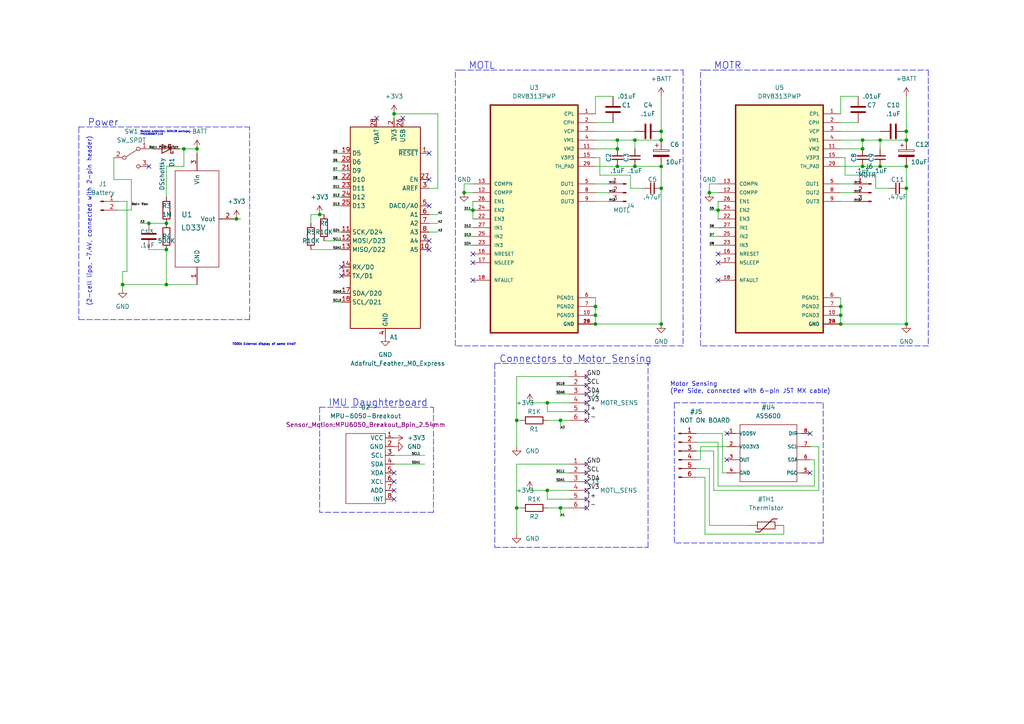
<source format=kicad_sch>
(kicad_sch (version 20211123) (generator eeschema)
  (paper "A4")
  (lib_symbols
    (symbol "AS5600:AS5600" (pin_names (offset 1.016))
      (property "Reference" "U" (at -7.62 10.16 0))
      (property "Value" "AS5600" (at -7.62 8.89 0))
      (symbol "AS5600_0_0"
        (polyline (pts (xy -7.62 -7.62) (xy -7.62 -5.08)) (stroke (width 0.1524)))
        (polyline (pts (xy -7.62 -5.08) (xy -8.89 -5.08)) (stroke (width 0.1524)))
        (polyline (pts (xy -7.62 -5.08) (xy -7.62 -1.27)) (stroke (width 0.1524)))
        (polyline (pts (xy -7.62 -1.27) (xy -8.89 -1.27)) (stroke (width 0.1524)))
        (polyline (pts (xy -7.62 -1.27) (xy -7.62 2.54)) (stroke (width 0.1524)))
        (polyline (pts (xy -7.62 2.54) (xy -8.89 2.54)) (stroke (width 0.1524)))
        (polyline (pts (xy -7.62 2.54) (xy -7.62 6.35)) (stroke (width 0.1524)))
        (polyline (pts (xy -7.62 6.35) (xy -8.89 6.35)) (stroke (width 0.1524)))
        (polyline (pts (xy -7.62 6.35) (xy -7.62 8.89)) (stroke (width 0.1524)))
        (polyline (pts (xy -7.62 8.89) (xy 8.89 8.89)) (stroke (width 0.1524)))
        (polyline (pts (xy 8.89 -7.62) (xy -7.62 -7.62)) (stroke (width 0.1524)))
        (polyline (pts (xy 8.89 -5.08) (xy 8.89 -7.62)) (stroke (width 0.1524)))
        (polyline (pts (xy 8.89 -1.27) (xy 8.89 -5.08)) (stroke (width 0.1524)))
        (polyline (pts (xy 8.89 2.54) (xy 8.89 -1.27)) (stroke (width 0.1524)))
        (polyline (pts (xy 8.89 6.35) (xy 8.89 2.54)) (stroke (width 0.1524)))
        (polyline (pts (xy 8.89 8.89) (xy 8.89 6.35)) (stroke (width 0.1524)))
        (polyline (pts (xy 10.16 -5.08) (xy 8.89 -5.08)) (stroke (width 0.1524)))
        (polyline (pts (xy 10.16 -1.27) (xy 8.89 -1.27)) (stroke (width 0.1524)))
        (polyline (pts (xy 10.16 2.54) (xy 8.89 2.54)) (stroke (width 0.1524)))
        (polyline (pts (xy 10.16 6.35) (xy 8.89 6.35)) (stroke (width 0.1524)))
        (pin bidirectional line (at -11.43 6.35 0) (length 2.54) (name "VDD5V") (number "1"))
        (pin bidirectional line (at -11.43 2.54 0) (length 2.54) (name "VDD3V3") (number "2"))
        (pin bidirectional line (at -11.43 -1.27 0) (length 2.54) (name "OUT") (number "3"))
        (pin bidirectional line (at -11.43 -5.08 0) (length 2.54) (name "GND") (number "4"))
        (pin bidirectional line (at 12.7 -5.08 180) (length 2.54) (name "PGO") (number "5"))
        (pin bidirectional line (at 12.7 -1.27 180) (length 2.54) (name "SDA") (number "6"))
        (pin bidirectional line (at 12.7 2.54 180) (length 2.54) (name "SCL") (number "7"))
        (pin bidirectional line (at 12.7 6.35 180) (length 2.54) (name "DIR") (number "8"))
      )
    )
    (symbol "Connector:Conn_01x02_Male" (pin_names (offset 1.016) hide)
      (property "Reference" "J" (at 0 2.54 0))
      (property "Value" "Conn_01x02_Male" (at 0 -5.08 0))
      (symbol "Conn_01x02_Male_1_1"
        (polyline (pts (xy 1.27 -2.54) (xy 0.8636 -2.54)) (stroke (width 0.1524)))
        (polyline (pts (xy 1.27 0) (xy 0.8636 0)) (stroke (width 0.1524)))
        (rectangle (start 0.8636 -2.413) (end 0 -2.667) (stroke (width 0.1524)) (fill (type outline)))
        (rectangle (start 0.8636 0.127) (end 0 -0.127) (stroke (width 0.1524)) (fill (type outline)))
        (pin passive line (at 5.08 0 180) (length 3.81) (name "Pin_1") (number "1"))
        (pin passive line (at 5.08 -2.54 180) (length 3.81) (name "Pin_2") (number "2"))
      )
    )
    (symbol "Connector:Conn_01x03_Male" (pin_names (offset 1.016) hide)
      (property "Reference" "J" (at 0 5.08 0))
      (property "Value" "Conn_01x03_Male" (at 0 -5.08 0))
      (symbol "Conn_01x03_Male_1_1"
        (polyline (pts (xy 1.27 -2.54) (xy 0.8636 -2.54)) (stroke (width 0.1524)))
        (polyline (pts (xy 1.27 0) (xy 0.8636 0)) (stroke (width 0.1524)))
        (polyline (pts (xy 1.27 2.54) (xy 0.8636 2.54)) (stroke (width 0.1524)))
        (rectangle (start 0.8636 -2.413) (end 0 -2.667) (stroke (width 0.1524)) (fill (type outline)))
        (rectangle (start 0.8636 0.127) (end 0 -0.127) (stroke (width 0.1524)) (fill (type outline)))
        (rectangle (start 0.8636 2.667) (end 0 2.413) (stroke (width 0.1524)) (fill (type outline)))
        (pin passive line (at 5.08 2.54 180) (length 3.81) (name "Pin_1") (number "1"))
        (pin passive line (at 5.08 0 180) (length 3.81) (name "Pin_2") (number "2"))
        (pin passive line (at 5.08 -2.54 180) (length 3.81) (name "Pin_3") (number "3"))
      )
    )
    (symbol "Connector:Conn_01x06_Female" (pin_names (offset 1.016) hide)
      (property "Reference" "J" (at 0 7.62 0))
      (property "Value" "Conn_01x06_Female" (at 0 -10.16 0))
      (symbol "Conn_01x06_Female_1_1"
        (arc (start 0 -7.112) (mid -0.508 -7.62) (end 0 -8.128) (stroke (width 0.1524)))
        (arc (start 0 -4.572) (mid -0.508 -5.08) (end 0 -5.588) (stroke (width 0.1524)))
        (arc (start 0 -2.032) (mid -0.508 -2.54) (end 0 -3.048) (stroke (width 0.1524)))
        (polyline (pts (xy -1.27 -7.62) (xy -0.508 -7.62)) (stroke (width 0.1524)))
        (polyline (pts (xy -1.27 -5.08) (xy -0.508 -5.08)) (stroke (width 0.1524)))
        (polyline (pts (xy -1.27 -2.54) (xy -0.508 -2.54)) (stroke (width 0.1524)))
        (polyline (pts (xy -1.27 0) (xy -0.508 0)) (stroke (width 0.1524)))
        (polyline (pts (xy -1.27 2.54) (xy -0.508 2.54)) (stroke (width 0.1524)))
        (polyline (pts (xy -1.27 5.08) (xy -0.508 5.08)) (stroke (width 0.1524)))
        (arc (start 0 0.508) (mid -0.508 0) (end 0 -0.508) (stroke (width 0.1524)))
        (arc (start 0 3.048) (mid -0.508 2.54) (end 0 2.032) (stroke (width 0.1524)))
        (arc (start 0 5.588) (mid -0.508 5.08) (end 0 4.572) (stroke (width 0.1524)))
        (pin passive line (at -5.08 5.08 0) (length 3.81) (name "Pin_1") (number "1"))
        (pin passive line (at -5.08 2.54 0) (length 3.81) (name "Pin_2") (number "2"))
        (pin passive line (at -5.08 0 0) (length 3.81) (name "Pin_3") (number "3"))
        (pin passive line (at -5.08 -2.54 0) (length 3.81) (name "Pin_4") (number "4"))
        (pin passive line (at -5.08 -5.08 0) (length 3.81) (name "Pin_5") (number "5"))
        (pin passive line (at -5.08 -7.62 0) (length 3.81) (name "Pin_6") (number "6"))
      )
    )
    (symbol "Connector:Conn_01x06_Male" (pin_names (offset 1.016) hide)
      (property "Reference" "J" (at 0 7.62 0))
      (property "Value" "Conn_01x06_Male" (at 0 -10.16 0))
      (symbol "Conn_01x06_Male_1_1"
        (polyline (pts (xy 1.27 -7.62) (xy 0.8636 -7.62)) (stroke (width 0.1524)))
        (polyline (pts (xy 1.27 -5.08) (xy 0.8636 -5.08)) (stroke (width 0.1524)))
        (polyline (pts (xy 1.27 -2.54) (xy 0.8636 -2.54)) (stroke (width 0.1524)))
        (polyline (pts (xy 1.27 0) (xy 0.8636 0)) (stroke (width 0.1524)))
        (polyline (pts (xy 1.27 2.54) (xy 0.8636 2.54)) (stroke (width 0.1524)))
        (polyline (pts (xy 1.27 5.08) (xy 0.8636 5.08)) (stroke (width 0.1524)))
        (rectangle (start 0.8636 -7.493) (end 0 -7.747) (stroke (width 0.1524)) (fill (type outline)))
        (rectangle (start 0.8636 -4.953) (end 0 -5.207) (stroke (width 0.1524)) (fill (type outline)))
        (rectangle (start 0.8636 -2.413) (end 0 -2.667) (stroke (width 0.1524)) (fill (type outline)))
        (rectangle (start 0.8636 0.127) (end 0 -0.127) (stroke (width 0.1524)) (fill (type outline)))
        (rectangle (start 0.8636 2.667) (end 0 2.413) (stroke (width 0.1524)) (fill (type outline)))
        (rectangle (start 0.8636 5.207) (end 0 4.953) (stroke (width 0.1524)) (fill (type outline)))
        (pin passive line (at 5.08 5.08 180) (length 3.81) (name "Pin_1") (number "1"))
        (pin passive line (at 5.08 2.54 180) (length 3.81) (name "Pin_2") (number "2"))
        (pin passive line (at 5.08 0 180) (length 3.81) (name "Pin_3") (number "3"))
        (pin passive line (at 5.08 -2.54 180) (length 3.81) (name "Pin_4") (number "4"))
        (pin passive line (at 5.08 -5.08 180) (length 3.81) (name "Pin_5") (number "5"))
        (pin passive line (at 5.08 -7.62 180) (length 3.81) (name "Pin_6") (number "6"))
      )
    )
    (symbol "DRV8313PWP:DRV8313PWP" (pin_names (offset 1.016))
      (property "Reference" "U" (at -12.7 34.02 0))
      (property "Value" "DRV8313PWP" (at -12.7 -37.02 0))
      (symbol "DRV8313PWP_0_0"
        (rectangle (start -12.7 -33.02) (end 12.7 33.02) (stroke (width 0.41)) (fill (type background)))
        (pin power_in line (at 17.78 30.48 180) (length 5.08) (name "CPL") (number "1"))
        (pin power_in line (at 17.78 -27.94 180) (length 5.08) (name "PGND3") (number "10"))
        (pin power_in line (at 17.78 20.32 180) (length 5.08) (name "VM2") (number "11"))
        (pin input line (at -17.78 7.62 0) (length 5.08) (name "COMPP") (number "12"))
        (pin input line (at -17.78 10.16 0) (length 5.08) (name "COMPN") (number "13"))
        (pin power_in line (at 17.78 -30.48 180) (length 5.08) (name "GND") (number "14"))
        (pin power_in line (at 17.78 17.78 180) (length 5.08) (name "V3P3") (number "15"))
        (pin input line (at -17.78 -10.16 0) (length 5.08) (name "NRESET") (number "16"))
        (pin input line (at -17.78 -12.7 0) (length 5.08) (name "NSLEEP") (number "17"))
        (pin bidirectional line (at -17.78 -17.78 0) (length 5.08) (name "NFAULT") (number "18"))
        (pin power_in line (at 17.78 27.94 180) (length 5.08) (name "CPH") (number "2"))
        (pin power_in line (at 17.78 -30.48 180) (length 5.08) (name "GND") (number "20"))
        (pin input line (at -17.78 0 0) (length 5.08) (name "EN3") (number "22"))
        (pin input line (at -17.78 -7.62 0) (length 5.08) (name "IN3") (number "23"))
        (pin input line (at -17.78 2.54 0) (length 5.08) (name "EN2") (number "24"))
        (pin input line (at -17.78 -5.08 0) (length 5.08) (name "IN2") (number "25"))
        (pin input line (at -17.78 5.08 0) (length 5.08) (name "EN1") (number "26"))
        (pin input line (at -17.78 -2.54 0) (length 5.08) (name "IN1") (number "27"))
        (pin power_in line (at 17.78 -30.48 180) (length 5.08) (name "GND") (number "28"))
        (pin power_in line (at 17.78 15.24 180) (length 5.08) (name "TH_PAD") (number "29"))
        (pin power_in line (at 17.78 25.4 180) (length 5.08) (name "VCP") (number "3"))
        (pin power_in line (at 17.78 22.86 180) (length 5.08) (name "VM1") (number "4"))
        (pin output line (at 17.78 10.16 180) (length 5.08) (name "OUT1") (number "5"))
        (pin power_in line (at 17.78 -22.86 180) (length 5.08) (name "PGND1") (number "6"))
        (pin power_in line (at 17.78 -25.4 180) (length 5.08) (name "PGND2") (number "7"))
        (pin output line (at 17.78 7.62 180) (length 5.08) (name "OUT2") (number "8"))
        (pin output line (at 17.78 5.08 180) (length 5.08) (name "OUT3") (number "9"))
      )
    )
    (symbol "Device:C" (pin_numbers hide) (pin_names (offset 0.254))
      (property "Reference" "C" (at 0.635 2.54 0))
      (property "Value" "C" (at 0.635 -2.54 0))
      (symbol "C_0_1"
        (polyline (pts (xy -2.032 -0.762) (xy 2.032 -0.762)) (stroke (width 0.508)))
        (polyline (pts (xy -2.032 0.762) (xy 2.032 0.762)) (stroke (width 0.508)))
      )
      (symbol "C_1_1"
        (pin passive line (at 0 3.81 270) (length 2.794) (name "~") (number "1"))
        (pin passive line (at 0 -3.81 90) (length 2.794) (name "~") (number "2"))
      )
    )
    (symbol "Device:C_Polarized" (pin_numbers hide) (pin_names (offset 0.254))
      (property "Reference" "C" (at 0.635 2.54 0))
      (property "Value" "C_Polarized" (at 0.635 -2.54 0))
      (symbol "C_Polarized_0_1"
        (rectangle (start -2.286 0.508) (end 2.286 1.016))
        (polyline (pts (xy -1.778 2.286) (xy -0.762 2.286)))
        (polyline (pts (xy -1.27 2.794) (xy -1.27 1.778)))
        (rectangle (start 2.286 -0.508) (end -2.286 -1.016) (fill (type outline)))
      )
      (symbol "C_Polarized_1_1"
        (pin passive line (at 0 3.81 270) (length 2.794) (name "~") (number "1"))
        (pin passive line (at 0 -3.81 90) (length 2.794) (name "~") (number "2"))
      )
    )
    (symbol "Device:C_Small" (pin_numbers hide) (pin_names (offset 0.254) hide)
      (property "Reference" "C" (at 0.254 1.778 0))
      (property "Value" "C_Small" (at 0.254 -2.032 0))
      (symbol "C_Small_0_1"
        (polyline (pts (xy -1.524 -0.508) (xy 1.524 -0.508)) (stroke (width 0.3302)))
        (polyline (pts (xy -1.524 0.508) (xy 1.524 0.508)) (stroke (width 0.3048)))
      )
      (symbol "C_Small_1_1"
        (pin passive line (at 0 2.54 270) (length 2.032) (name "~") (number "1"))
        (pin passive line (at 0 -2.54 90) (length 2.032) (name "~") (number "2"))
      )
    )
    (symbol "Device:D_Schottky" (pin_numbers hide) (pin_names (offset 1.016) hide)
      (property "Reference" "D" (at 0 2.54 0))
      (property "Value" "D_Schottky" (at 0 -2.54 0))
      (symbol "D_Schottky_0_1"
        (polyline (pts (xy 1.27 0) (xy -1.27 0)))
        (polyline (pts (xy 1.27 1.27) (xy 1.27 -1.27) (xy -1.27 0) (xy 1.27 1.27)) (stroke (width 0.254)))
        (polyline (pts (xy -1.905 0.635) (xy -1.905 1.27) (xy -1.27 1.27) (xy -1.27 -1.27) (xy -0.635 -1.27) (xy -0.635 -0.635)) (stroke (width 0.254)))
      )
      (symbol "D_Schottky_1_1"
        (pin passive line (at -3.81 0 0) (length 2.54) (name "K") (number "1"))
        (pin passive line (at 3.81 0 180) (length 2.54) (name "A") (number "2"))
      )
    )
    (symbol "Device:R" (pin_numbers hide) (pin_names (offset 0))
      (property "Reference" "R" (at 2.032 0 90))
      (property "Value" "R" (at 0 0 90))
      (symbol "R_0_1"
        (rectangle (start -1.016 -2.54) (end 1.016 2.54) (stroke (width 0.254)))
      )
      (symbol "R_1_1"
        (pin passive line (at 0 3.81 270) (length 1.27) (name "~") (number "1"))
        (pin passive line (at 0 -3.81 90) (length 1.27) (name "~") (number "2"))
      )
    )
    (symbol "Device:Thermistor" (pin_numbers hide) (pin_names (offset 0))
      (property "Reference" "TH" (at 2.54 1.27 90))
      (property "Value" "Thermistor" (at -2.54 0 90))
      (symbol "Thermistor_0_1"
        (rectangle (start -1.016 2.54) (end 1.016 -2.54) (stroke (width 0.2032)))
        (polyline (pts (xy -1.905 3.175) (xy -1.905 1.905) (xy 1.905 -1.905) (xy 1.905 -3.175) (xy 1.905 -3.175)) (stroke (width 0.254)))
      )
      (symbol "Thermistor_1_1"
        (pin passive line (at 0 5.08 270) (length 2.54) (name "~") (number "1"))
        (pin passive line (at 0 -5.08 90) (length 2.54) (name "~") (number "2"))
      )
    )
    (symbol "MCU_Module:Adafruit_Feather_M0_Express"
      (property "Reference" "A" (at -10.16 29.21 0))
      (property "Value" "Adafruit_Feather_M0_Express" (at 2.54 -31.75 0))
      (symbol "Adafruit_Feather_M0_Express_0_1"
        (rectangle (start -10.16 27.94) (end 10.16 -30.48) (stroke (width 0.254)) (fill (type background)))
      )
      (symbol "Adafruit_Feather_M0_Express_1_1"
        (pin input line (at 12.7 20.32 180) (length 2.54) (name "~{RESET}") (number "1"))
        (pin bidirectional line (at 12.7 -7.62 180) (length 2.54) (name "A5") (number "10"))
        (pin bidirectional line (at -12.7 -2.54 0) (length 2.54) (name "SCK/D24") (number "11"))
        (pin bidirectional line (at -12.7 -5.08 0) (length 2.54) (name "MOSI/D23") (number "12"))
        (pin bidirectional line (at -12.7 -7.62 0) (length 2.54) (name "MISO/D22") (number "13"))
        (pin bidirectional line (at -12.7 -12.7 0) (length 2.54) (name "RX/D0") (number "14"))
        (pin bidirectional line (at -12.7 -15.24 0) (length 2.54) (name "TX/D1") (number "15"))
        (pin passive line (at 0 -33.02 90) (length 2.54) hide (name "GND") (number "16"))
        (pin bidirectional line (at -12.7 -20.32 0) (length 2.54) (name "SDA/D20") (number "17"))
        (pin bidirectional line (at -12.7 -22.86 0) (length 2.54) (name "SCL/D21") (number "18"))
        (pin bidirectional line (at -12.7 20.32 0) (length 2.54) (name "D5") (number "19"))
        (pin power_in line (at 2.54 30.48 270) (length 2.54) (name "3V3") (number "2"))
        (pin bidirectional line (at -12.7 17.78 0) (length 2.54) (name "D6") (number "20"))
        (pin bidirectional line (at -12.7 15.24 0) (length 2.54) (name "D9") (number "21"))
        (pin bidirectional line (at -12.7 12.7 0) (length 2.54) (name "D10") (number "22"))
        (pin bidirectional line (at -12.7 10.16 0) (length 2.54) (name "D11") (number "23"))
        (pin bidirectional line (at -12.7 7.62 0) (length 2.54) (name "D12") (number "24"))
        (pin bidirectional line (at -12.7 5.08 0) (length 2.54) (name "D13") (number "25"))
        (pin power_in line (at 5.08 30.48 270) (length 2.54) (name "USB") (number "26"))
        (pin input line (at 12.7 12.7 180) (length 2.54) (name "EN") (number "27"))
        (pin power_in line (at -2.54 30.48 270) (length 2.54) (name "VBAT") (number "28"))
        (pin input line (at 12.7 10.16 180) (length 2.54) (name "AREF") (number "3"))
        (pin power_in line (at 0 -33.02 90) (length 2.54) (name "GND") (number "4"))
        (pin bidirectional line (at 12.7 5.08 180) (length 2.54) (name "DAC0/A0") (number "5"))
        (pin bidirectional line (at 12.7 2.54 180) (length 2.54) (name "A1") (number "6"))
        (pin bidirectional line (at 12.7 0 180) (length 2.54) (name "A2") (number "7"))
        (pin bidirectional line (at 12.7 -2.54 180) (length 2.54) (name "A3") (number "8"))
        (pin bidirectional line (at 12.7 -5.08 180) (length 2.54) (name "A4") (number "9"))
      )
    )
    (symbol "Sensor_Motion:MPU-6050-Breakout"
      (property "Reference" "U" (at 0 12.7 0))
      (property "Value" "MPU-6050-Breakout" (at 0 15.24 0))
      (symbol "MPU-6050-Breakout_0_1"
        (rectangle (start -6.35 10.16) (end 5.08 -10.16))
      )
      (symbol "MPU-6050-Breakout_1_1"
        (pin power_in line (at 7.62 8.89 180) (length 2.54) (name "VCC") (number "1"))
        (pin power_in line (at 7.62 6.35 180) (length 2.54) (name "GND") (number "2"))
        (pin bidirectional line (at 7.62 3.81 180) (length 2.54) (name "SCL") (number "3"))
        (pin bidirectional line (at 7.62 1.27 180) (length 2.54) (name "SDA") (number "4"))
        (pin bidirectional line (at 7.62 -1.27 180) (length 2.54) (name "XDA") (number "5"))
        (pin bidirectional line (at 7.62 -3.81 180) (length 2.54) (name "XCL") (number "6"))
        (pin bidirectional line (at 7.62 -6.35 180) (length 2.54) (name "ADD") (number "7"))
        (pin bidirectional line (at 7.62 -8.89 180) (length 2.54) (name "INT") (number "8"))
      )
    )
    (symbol "Switch:SW_SPDT" (pin_names (offset 0) hide)
      (property "Reference" "SW" (at 0 4.318 0))
      (property "Value" "SW_SPDT" (at 0 -5.08 0))
      (symbol "SW_SPDT_0_0"
        (circle (center -2.032 0) (radius 0.508))
        (circle (center 2.032 -2.54) (radius 0.508))
      )
      (symbol "SW_SPDT_0_1"
        (polyline (pts (xy -1.524 0.254) (xy 1.651 2.286)))
        (circle (center 2.032 2.54) (radius 0.508))
      )
      (symbol "SW_SPDT_1_1"
        (pin passive line (at 5.08 2.54 180) (length 2.54) (name "A") (number "1"))
        (pin passive line (at -5.08 0 0) (length 2.54) (name "B") (number "2"))
        (pin passive line (at 5.08 -2.54 180) (length 2.54) (name "C") (number "3"))
      )
    )
    (symbol "ld33v:LD33V" (pin_names (offset 1.016))
      (property "Reference" "U" (at 0 1.27 0))
      (property "Value" "LD33V" (at 0 3.81 0))
      (symbol "LD33V_0_1"
        (rectangle (start -13.97 6.35) (end 13.97 -6.35))
      )
      (symbol "LD33V_1_1"
        (pin power_out line (at -19.05 0 0) (length 5.08) (name "GND") (number "1"))
        (pin power_out line (at 0 -11.43 90) (length 5.08) (name "Vout") (number "2"))
        (pin power_in line (at 19.05 0 180) (length 5.08) (name "Vin") (number "3"))
      )
    )
    (symbol "power:+3.3V" (power) (pin_names (offset 0))
      (property "Value" "+3.3V" (at 0 3.556 0))
      (symbol "+3.3V_0_1"
        (polyline (pts (xy -0.762 1.27) (xy 0 2.54)))
        (polyline (pts (xy 0 0) (xy 0 2.54)))
        (polyline (pts (xy 0 2.54) (xy 0.762 1.27)))
      )
      (symbol "+3.3V_1_1"
        (pin power_in line (at 0 0 90) (length 0) hide (name "+3V3") (number "1"))
      )
    )
    (symbol "power:+BATT" (power) (pin_names (offset 0))
      (property "Value" "+BATT" (at 0 3.556 0))
      (symbol "+BATT_0_1"
        (polyline (pts (xy -0.762 1.27) (xy 0 2.54)))
        (polyline (pts (xy 0 0) (xy 0 2.54)))
        (polyline (pts (xy 0 2.54) (xy 0.762 1.27)))
      )
      (symbol "+BATT_1_1"
        (pin power_in line (at 0 0 90) (length 0) hide (name "+BATT") (number "1"))
      )
    )
    (symbol "power:GND" (power) (pin_names (offset 0))
      (property "Value" "GND" (at 0 -3.81 0))
      (symbol "GND_0_1"
        (polyline (pts (xy 0 0) (xy 0 -1.27) (xy 1.27 -1.27) (xy 0 -2.54) (xy -1.27 -1.27) (xy 0 -1.27)))
      )
      (symbol "GND_1_1"
        (pin power_in line (at 0 0 270) (length 0) hide (name "GND") (number "1"))
      )
    )
  )
  (junction (at 250.19 48.26))
  (junction (at 172.72 93.98))
  (junction (at 162.56 147.32))
  (junction (at 68.58 63.5))
  (junction (at 158.75 116.84))
  (junction (at 243.84 88.9))
  (junction (at 48.26 72.39))
  (junction (at 48.26 64.77))
  (junction (at 149.86 121.92))
  (junction (at 158.75 142.24))
  (junction (at 162.56 121.92))
  (junction (at 57.15 43.18))
  (junction (at 114.3 33.02))
  (junction (at 191.77 93.98))
  (junction (at 48.26 82.55))
  (junction (at 172.72 88.9))
  (junction (at 179.07 48.26))
  (junction (at 172.72 91.44))
  (junction (at 262.89 93.98))
  (junction (at 43.18 64.77))
  (junction (at 262.89 48.26))
  (junction (at 92.71 62.23))
  (junction (at 255.27 48.26))
  (junction (at 179.07 43.18))
  (junction (at 255.27 40.64))
  (junction (at 134.62 55.88))
  (junction (at 262.89 54.61))
  (junction (at 262.89 40.64))
  (junction (at 243.84 93.98))
  (junction (at 35.56 82.55))
  (junction (at 53.34 43.18))
  (junction (at 191.77 54.61))
  (junction (at 208.28 60.96))
  (junction (at 205.74 55.88))
  (junction (at 191.77 48.26))
  (junction (at 179.07 40.64))
  (junction (at 137.16 60.96))
  (junction (at 243.84 91.44))
  (junction (at 191.77 40.64))
  (junction (at 184.15 48.26))
  (junction (at 262.89 38.1))
  (junction (at 184.15 40.64))
  (junction (at 250.19 43.18))
  (junction (at 250.19 40.64))
  (junction (at 191.77 38.1))
  (junction (at 149.86 147.32))
  (no_connect (at 43.18 48.26))
  (no_connect (at 234.95 125.73))
  (no_connect (at 210.82 125.73))
  (no_connect (at 234.95 137.16))
  (no_connect (at 210.82 133.35))
  (no_connect (at 208.28 81.28))
  (no_connect (at 208.28 76.2))
  (no_connect (at 208.28 73.66))
  (no_connect (at 137.16 73.66))
  (no_connect (at 137.16 81.28))
  (no_connect (at 137.16 76.2))
  (no_connect (at 114.3 137.16))
  (no_connect (at 114.3 139.7))
  (no_connect (at 114.3 142.24))
  (no_connect (at 114.3 144.78))
  (no_connect (at 99.06 80.01))
  (no_connect (at 99.06 77.47))
  (no_connect (at 124.46 59.69))
  (no_connect (at 124.46 72.39))
  (no_connect (at 124.46 69.85))
  (no_connect (at 116.84 34.29))
  (no_connect (at 109.22 34.29))
  (no_connect (at 124.46 52.07))
  (no_connect (at 124.46 44.45))
  (no_connect (at 170.18 114.3))
  (no_connect (at 170.18 111.76))
  (no_connect (at 170.18 109.22))
  (no_connect (at 170.18 134.62))
  (no_connect (at 170.18 121.92))
  (no_connect (at 170.18 119.38))
  (no_connect (at 170.18 116.84))
  (no_connect (at 170.18 144.78))
  (no_connect (at 170.18 147.32))
  (no_connect (at 170.18 142.24))
  (no_connect (at 170.18 139.7))
  (no_connect (at 170.18 137.16))
  (wire (pts (xy 201.93 135.89) (xy 205.74 135.89)))
  (wire (pts (xy 172.72 35.56) (xy 177.8 35.56)))
  (wire (pts (xy 250.19 40.64) (xy 255.27 40.64)))
  (wire (pts (xy 68.58 63.5) (xy 69.85 63.5)))
  (wire (pts (xy 33.02 52.07) (xy 38.1 52.07)))
  (wire (pts (xy 205.74 55.88) (xy 208.28 55.88)))
  (wire (pts (xy 53.34 43.18) (xy 53.34 48.26)))
  (wire (pts (xy 243.84 43.18) (xy 250.19 43.18)))
  (wire (pts (xy 173.99 50.8) (xy 173.99 45.72)))
  (wire (pts (xy 158.75 142.24) (xy 153.67 142.24)))
  (wire (pts (xy 208.28 128.27) (xy 201.93 128.27)))
  (wire (pts (xy 236.22 133.35) (xy 236.22 140.97)))
  (wire (pts (xy 191.77 27.94) (xy 191.77 38.1)))
  (polyline (pts (xy 269.24 100.33) (xy 203.2 100.33)))
  (wire (pts (xy 184.15 48.26) (xy 191.77 48.26)))
  (wire (pts (xy 165.1 109.22) (xy 149.86 109.22)))
  (wire (pts (xy 96.52 57.15) (xy 99.06 57.15)))
  (wire (pts (xy 149.86 121.92) (xy 149.86 129.54)))
  (wire (pts (xy 184.15 40.64) (xy 191.77 40.64)))
  (wire (pts (xy 210.82 137.16) (xy 209.55 137.16)))
  (wire (pts (xy 34.29 60.96) (xy 38.1 60.96)))
  (wire (pts (xy 158.75 142.24) (xy 158.75 144.78)))
  (polyline (pts (xy 198.12 100.33) (xy 132.08 100.33)))
  (wire (pts (xy 243.84 35.56) (xy 248.92 35.56)))
  (wire (pts (xy 158.75 116.84) (xy 153.67 116.84)))
  (wire (pts (xy 186.69 54.61) (xy 182.88 54.61)))
  (wire (pts (xy 114.3 33.02) (xy 127 33.02)))
  (wire (pts (xy 93.98 69.85) (xy 99.06 69.85)))
  (wire (pts (xy 245.11 50.8) (xy 245.11 45.72)))
  (wire (pts (xy 137.16 60.96) (xy 137.16 63.5)))
  (wire (pts (xy 243.84 55.88) (xy 247.65 55.88)))
  (wire (pts (xy 161.29 137.16) (xy 165.1 137.16)))
  (wire (pts (xy 243.84 86.36) (xy 243.84 88.9)))
  (wire (pts (xy 149.86 147.32) (xy 149.86 154.94)))
  (wire (pts (xy 161.29 114.3) (xy 165.1 114.3)))
  (wire (pts (xy 257.81 54.61) (xy 254 54.61)))
  (wire (pts (xy 255.27 40.64) (xy 262.89 40.64)))
  (wire (pts (xy 205.74 53.34) (xy 205.74 55.88)))
  (wire (pts (xy 162.56 147.32) (xy 162.56 149.86)))
  (wire (pts (xy 205.74 135.89) (xy 205.74 152.4)))
  (wire (pts (xy 48.26 82.55) (xy 57.15 82.55)))
  (wire (pts (xy 243.84 40.64) (xy 250.19 40.64)))
  (wire (pts (xy 96.52 54.61) (xy 99.06 54.61)))
  (wire (pts (xy 35.56 82.55) (xy 35.56 83.82)))
  (wire (pts (xy 207.01 130.81) (xy 201.93 130.81)))
  (wire (pts (xy 208.28 60.96) (xy 208.28 63.5)))
  (wire (pts (xy 96.52 52.07) (xy 99.06 52.07)))
  (wire (pts (xy 137.16 68.58) (xy 134.62 68.58)))
  (wire (pts (xy 90.17 64.77) (xy 90.17 62.23)))
  (wire (pts (xy 237.49 142.24) (xy 207.01 142.24)))
  (wire (pts (xy 208.28 58.42) (xy 208.28 60.96)))
  (polyline (pts (xy 203.2 100.33) (xy 203.2 20.32)))
  (wire (pts (xy 149.86 147.32) (xy 151.13 147.32)))
  (wire (pts (xy 43.18 72.39) (xy 48.26 72.39)))
  (wire (pts (xy 243.84 27.94) (xy 243.84 33.02)))
  (wire (pts (xy 250.19 48.26) (xy 255.27 48.26)))
  (wire (pts (xy 172.72 91.44) (xy 172.72 93.98)))
  (wire (pts (xy 96.52 49.53) (xy 99.06 49.53)))
  (wire (pts (xy 243.84 88.9) (xy 243.84 91.44)))
  (wire (pts (xy 172.72 53.34) (xy 176.53 53.34)))
  (wire (pts (xy 208.28 68.58) (xy 205.74 68.58)))
  (wire (pts (xy 36.83 58.42) (xy 36.83 78.74)))
  (wire (pts (xy 173.99 45.72) (xy 172.72 45.72)))
  (wire (pts (xy 172.72 48.26) (xy 179.07 48.26)))
  (wire (pts (xy 134.62 66.04) (xy 137.16 66.04)))
  (wire (pts (xy 35.56 78.74) (xy 35.56 82.55)))
  (wire (pts (xy 172.72 88.9) (xy 172.72 91.44)))
  (wire (pts (xy 158.75 144.78) (xy 165.1 144.78)))
  (wire (pts (xy 48.26 48.26) (xy 48.26 57.15)))
  (wire (pts (xy 158.75 119.38) (xy 165.1 119.38)))
  (wire (pts (xy 53.34 43.18) (xy 57.15 43.18)))
  (wire (pts (xy 92.71 62.23) (xy 93.98 62.23)))
  (wire (pts (xy 191.77 38.1) (xy 191.77 40.64)))
  (wire (pts (xy 209.55 125.73) (xy 201.93 125.73)))
  (wire (pts (xy 161.29 139.7) (xy 165.1 139.7)))
  (wire (pts (xy 234.95 129.54) (xy 237.49 129.54)))
  (wire (pts (xy 149.86 109.22) (xy 149.86 121.92)))
  (wire (pts (xy 162.56 147.32) (xy 165.1 147.32)))
  (polyline (pts (xy 132.08 20.32) (xy 133.35 20.32)))
  (polyline (pts (xy 195.58 116.84) (xy 195.58 157.48)))
  (wire (pts (xy 137.16 71.12) (xy 134.62 71.12)))
  (wire (pts (xy 38.1 52.07) (xy 38.1 60.96)))
  (wire (pts (xy 182.88 54.61) (xy 182.88 50.8)))
  (polyline (pts (xy 269.24 20.32) (xy 269.24 100.33)))
  (wire (pts (xy 127 33.02) (xy 127 54.61)))
  (wire (pts (xy 243.84 38.1) (xy 255.27 38.1)))
  (wire (pts (xy 182.88 50.8) (xy 173.99 50.8)))
  (wire (pts (xy 162.56 121.92) (xy 162.56 124.46)))
  (wire (pts (xy 207.01 142.24) (xy 207.01 130.81)))
  (wire (pts (xy 158.75 121.92) (xy 162.56 121.92)))
  (wire (pts (xy 172.72 86.36) (xy 172.72 88.9)))
  (wire (pts (xy 52.07 43.18) (xy 53.34 43.18)))
  (wire (pts (xy 96.52 59.69) (xy 99.06 59.69)))
  (wire (pts (xy 158.75 116.84) (xy 165.1 116.84)))
  (wire (pts (xy 245.11 45.72) (xy 243.84 45.72)))
  (wire (pts (xy 53.34 48.26) (xy 48.26 48.26)))
  (wire (pts (xy 172.72 55.88) (xy 176.53 55.88)))
  (wire (pts (xy 158.75 142.24) (xy 165.1 142.24)))
  (wire (pts (xy 161.29 111.76) (xy 165.1 111.76)))
  (wire (pts (xy 254 54.61) (xy 254 50.8)))
  (wire (pts (xy 243.84 27.94) (xy 248.92 27.94)))
  (wire (pts (xy 205.74 66.04) (xy 208.28 66.04)))
  (polyline (pts (xy 195.58 116.84) (xy 238.76 116.84)))
  (wire (pts (xy 90.17 62.23) (xy 92.71 62.23)))
  (wire (pts (xy 172.72 43.18) (xy 179.07 43.18)))
  (wire (pts (xy 137.16 58.42) (xy 137.16 60.96)))
  (wire (pts (xy 217.17 152.4) (xy 205.74 152.4)))
  (wire (pts (xy 237.49 129.54) (xy 237.49 142.24)))
  (wire (pts (xy 243.84 91.44) (xy 243.84 93.98)))
  (wire (pts (xy 208.28 71.12) (xy 205.74 71.12)))
  (wire (pts (xy 243.84 48.26) (xy 250.19 48.26)))
  (wire (pts (xy 262.89 48.26) (xy 262.89 54.61)))
  (wire (pts (xy 134.62 53.34) (xy 134.62 55.88)))
  (wire (pts (xy 208.28 140.97) (xy 208.28 128.27)))
  (polyline (pts (xy 238.76 116.84) (xy 238.76 157.48)))
  (wire (pts (xy 43.18 43.18) (xy 44.45 43.18)))
  (wire (pts (xy 33.02 45.72) (xy 33.02 52.07)))
  (polyline (pts (xy 143.51 105.41) (xy 143.51 158.75)))
  (wire (pts (xy 184.15 40.64) (xy 184.15 43.18)))
  (wire (pts (xy 204.47 154.94) (xy 204.47 138.43)))
  (wire (pts (xy 114.3 134.62) (xy 123.19 134.62)))
  (wire (pts (xy 124.46 62.23) (xy 127 62.23)))
  (wire (pts (xy 35.56 82.55) (xy 48.26 82.55)))
  (polyline (pts (xy 204.47 20.32) (xy 269.24 20.32)))
  (wire (pts (xy 114.3 33.02) (xy 114.3 34.29)))
  (polyline (pts (xy 125.73 118.11) (xy 125.73 148.59)))
  (wire (pts (xy 203.2 129.54) (xy 203.2 133.35)))
  (wire (pts (xy 243.84 93.98) (xy 262.89 93.98)))
  (wire (pts (xy 205.74 60.96) (xy 208.28 60.96)))
  (wire (pts (xy 57.15 43.18) (xy 57.15 44.45)))
  (wire (pts (xy 250.19 40.64) (xy 250.19 43.18)))
  (wire (pts (xy 254 50.8) (xy 245.11 50.8)))
  (wire (pts (xy 247.65 58.42) (xy 243.84 58.42)))
  (wire (pts (xy 243.84 53.34) (xy 247.65 53.34)))
  (wire (pts (xy 201.93 138.43) (xy 204.47 138.43)))
  (polyline (pts (xy 203.2 20.32) (xy 204.47 20.32)))
  (wire (pts (xy 191.77 48.26) (xy 191.77 54.61)))
  (polyline (pts (xy 132.08 100.33) (xy 132.08 20.32)))
  (wire (pts (xy 124.46 67.31) (xy 127 67.31)))
  (wire (pts (xy 172.72 93.98) (xy 191.77 93.98)))
  (wire (pts (xy 205.74 53.34) (xy 208.28 53.34)))
  (wire (pts (xy 127 54.61) (xy 124.46 54.61)))
  (wire (pts (xy 236.22 140.97) (xy 208.28 140.97)))
  (wire (pts (xy 262.89 38.1) (xy 262.89 40.64)))
  (wire (pts (xy 165.1 134.62) (xy 149.86 134.62)))
  (wire (pts (xy 124.46 64.77) (xy 127 64.77)))
  (wire (pts (xy 40.64 64.77) (xy 43.18 64.77)))
  (wire (pts (xy 36.83 78.74) (xy 35.56 78.74)))
  (polyline (pts (xy 238.76 157.48) (xy 195.58 157.48)))
  (wire (pts (xy 203.2 133.35) (xy 201.93 133.35)))
  (wire (pts (xy 191.77 54.61) (xy 191.77 93.98)))
  (wire (pts (xy 234.95 133.35) (xy 236.22 133.35)))
  (wire (pts (xy 96.52 87.63) (xy 99.06 87.63)))
  (wire (pts (xy 179.07 40.64) (xy 179.07 43.18)))
  (wire (pts (xy 158.75 116.84) (xy 158.75 119.38)))
  (wire (pts (xy 262.89 54.61) (xy 262.89 93.98)))
  (polyline (pts (xy 92.71 118.11) (xy 125.73 118.11)))
  (wire (pts (xy 114.3 132.08) (xy 123.19 132.08)))
  (wire (pts (xy 227.33 152.4) (xy 227.33 154.94)))
  (wire (pts (xy 134.62 53.34) (xy 137.16 53.34)))
  (wire (pts (xy 255.27 48.26) (xy 262.89 48.26)))
  (wire (pts (xy 179.07 40.64) (xy 184.15 40.64)))
  (polyline (pts (xy 22.86 36.83) (xy 22.86 92.71)))
  (polyline (pts (xy 22.86 36.83) (xy 72.39 36.83)))
  (polyline (pts (xy 22.86 92.71) (xy 72.39 92.71)))
  (wire (pts (xy 255.27 40.64) (xy 255.27 43.18)))
  (wire (pts (xy 203.2 129.54) (xy 210.82 129.54)))
  (polyline (pts (xy 187.96 158.75) (xy 187.96 105.41)))
  (wire (pts (xy 172.72 27.94) (xy 177.8 27.94)))
  (wire (pts (xy 262.89 27.94) (xy 262.89 38.1)))
  (wire (pts (xy 96.52 44.45) (xy 99.06 44.45)))
  (wire (pts (xy 96.52 67.31) (xy 99.06 67.31)))
  (wire (pts (xy 96.52 46.99) (xy 99.06 46.99)))
  (polyline (pts (xy 143.51 158.75) (xy 187.96 158.75)))
  (wire (pts (xy 172.72 27.94) (xy 172.72 33.02)))
  (polyline (pts (xy 125.73 148.59) (xy 92.71 148.59)))
  (polyline (pts (xy 72.39 92.71) (xy 72.39 36.83)))
  (polyline (pts (xy 133.35 20.32) (xy 198.12 20.32)))
  (wire (pts (xy 48.26 72.39) (xy 48.26 82.55)))
  (wire (pts (xy 172.72 38.1) (xy 184.15 38.1)))
  (wire (pts (xy 179.07 48.26) (xy 184.15 48.26)))
  (wire (pts (xy 172.72 40.64) (xy 179.07 40.64)))
  (wire (pts (xy 134.62 55.88) (xy 137.16 55.88)))
  (wire (pts (xy 99.06 85.09) (xy 96.52 85.09)))
  (wire (pts (xy 227.33 154.94) (xy 204.47 154.94)))
  (wire (pts (xy 134.62 60.96) (xy 137.16 60.96)))
  (wire (pts (xy 176.53 58.42) (xy 172.72 58.42)))
  (polyline (pts (xy 198.12 20.32) (xy 198.12 100.33)))
  (wire (pts (xy 158.75 147.32) (xy 162.56 147.32)))
  (polyline (pts (xy 92.71 118.11) (xy 92.71 148.59)))
  (wire (pts (xy 90.17 72.39) (xy 99.06 72.39)))
  (wire (pts (xy 209.55 137.16) (xy 209.55 125.73)))
  (wire (pts (xy 149.86 121.92) (xy 151.13 121.92)))
  (wire (pts (xy 34.29 58.42) (xy 36.83 58.42)))
  (wire (pts (xy 43.18 64.77) (xy 48.26 64.77)))
  (wire (pts (xy 149.86 134.62) (xy 149.86 147.32)))
  (wire (pts (xy 162.56 121.92) (xy 165.1 121.92)))
  (polyline (pts (xy 143.51 105.41) (xy 187.96 105.41)))
  (text "Power" (at 25.4 36.83 0) (effects (font (size 2 2)) (justify left bottom)))
  (text "TODO: External display of some kind?\n" (at 67.31 100.33 0) (effects (font (size 0.635 0.635)) (justify left bottom)))
  (text "IMU Daughterboard\n" (at 95.25 118.11 0) (effects (font (size 2 2)) (justify left bottom)))
  (text "MOTL" (at 135.89 20.32 0) (effects (font (size 2 2)) (justify left bottom)))
  (text "Motor Sensing\n(Per Side, connected with 6-pin JST MX cable)" (at 194.31 114.3 0) (effects (font (size 1.27 1.27)) (justify left bottom)))
  (text "MOTR" (at 207.01 20.32 0) (effects (font (size 2 2)) (justify left bottom)))
  (text "(2-cell lipo, ~7.4V, connected with 2-pin header)" (at 26.67 88.9 90) (effects (font (size 1.27 1.27)) (justify left bottom)))
  (text "Connectors to Motor Sensing\n" (at 144.78 105.41 0) (effects (font (size 2 2)) (justify left bottom)))
  (text "Reverse protection, SOD128 package,\nPMEG3050EP,115" (at 40.64 39.37 0) (effects (font (size 0.5 0.5)) (justify left bottom)))
  (label "Bat+ Post Switch" (at 43.18 43.18 0) (effects (font (size 0.635 0.635))))
  (label "Bat+ Raw" (at 38.1 59.69 0) (effects (font (size 0.635 0.635))))
  (label "SCL" (at 170.18 111.76 0))
  (label "D7" (at 96.52 49.53 0) (effects (font (size 0.635 0.635))))
  (label "D12" (at 96.52 57.15 0) (effects (font (size 0.635 0.635))))
  (label "D12" (at 134.62 66.04 0) (effects (font (size 0.635 0.635))))
  (label "SDA0" (at 96.52 85.09 0) (effects (font (size 0.635 0.635))))
  (label "SCL1" (at 161.29 137.16 0) (effects (font (size 0.635 0.635))))
  (label "D8" (at 96.52 52.07 0) (effects (font (size 0.635 0.635))))
  (label "D8" (at 205.74 71.12 0) (effects (font (size 0.635 0.635))))
  (label "3V3" (at 170.18 142.24 0))
  (label "T+" (at 170.18 144.78 0))
  (label "3V3" (at 170.18 116.84 0))
  (label "mr1" (at 247.65 53.34 0) (effects (font (size 0.635 0.635))))
  (label "SCL0" (at 161.29 111.76 0) (effects (font (size 0.635 0.635))))
  (label "D13" (at 134.62 68.58 0) (effects (font (size 0.635 0.635))))
  (label "D6" (at 205.74 66.04 0) (effects (font (size 0.635 0.635))))
  (label "D24" (at 134.62 71.12 0) (effects (font (size 0.635 0.635))))
  (label "SDA1" (at 119.38 134.62 0) (effects (font (size 0.635 0.635))))
  (label "ml2" (at 176.53 55.88 0) (effects (font (size 0.635 0.635))))
  (label "T-" (at 170.18 147.32 0))
  (label "D13" (at 96.52 59.69 0) (effects (font (size 0.635 0.635))))
  (label "A1" (at 162.56 149.86 0) (effects (font (size 0.635 0.635))))
  (label "SDA" (at 170.18 114.3 0))
  (label "D5" (at 205.74 60.96 0) (effects (font (size 0.635 0.635))))
  (label "D11" (at 96.52 54.61 0) (effects (font (size 0.635 0.635))))
  (label "mr3" (at 247.65 58.42 0) (effects (font (size 0.635 0.635))))
  (label "SCL" (at 170.18 137.16 0))
  (label "SDA1" (at 161.29 139.7 0) (effects (font (size 0.635 0.635))))
  (label "SCL1" (at 96.52 69.85 0) (effects (font (size 0.635 0.635))))
  (label "A2" (at 127 64.77 0) (effects (font (size 0.635 0.635))))
  (label "D24" (at 96.52 67.31 0) (effects (font (size 0.635 0.635))))
  (label "A3" (at 127 67.31 0) (effects (font (size 0.635 0.635))))
  (label "T-" (at 170.18 121.92 0))
  (label "D11" (at 134.62 60.96 0) (effects (font (size 0.635 0.635))))
  (label "SCL1" (at 119.38 132.08 0) (effects (font (size 0.635 0.635))))
  (label "mr2" (at 247.65 55.88 0) (effects (font (size 0.635 0.635))))
  (label "SDA0" (at 161.29 114.3 0) (effects (font (size 0.635 0.635))))
  (label "SDA1" (at 96.52 72.39 0) (effects (font (size 0.635 0.635))))
  (label "SDA" (at 170.18 139.7 0))
  (label "D6" (at 96.52 46.99 0) (effects (font (size 0.635 0.635))))
  (label "T+" (at 170.18 119.38 0))
  (label "ml1" (at 176.53 53.34 0) (effects (font (size 0.635 0.635))))
  (label "SCL0" (at 96.52 87.63 0) (effects (font (size 0.635 0.635))))
  (label "A1" (at 127 62.23 0) (effects (font (size 0.635 0.635))))
  (label "A3" (at 40.64 64.77 0) (effects (font (size 0.635 0.635))))
  (label "GND" (at 170.18 109.22 0))
  (label "GND" (at 170.18 134.62 0))
  (label "ml3" (at 176.53 58.42 0) (effects (font (size 0.635 0.635))))
  (label "D5" (at 96.52 44.45 0) (effects (font (size 0.635 0.635))))
  (label "D7" (at 205.74 68.58 0) (effects (font (size 0.635 0.635))))
  (label "A2" (at 162.56 124.46 0) (effects (font (size 0.635 0.635))))
  (symbol (lib_id "Device:C_Small") (at 184.15 45.72 180) (unit 1)
    (property "Reference" "C3" (at 181.61 45.72 90))
    (property "Value" ".1uF" (at 184.15 49.53 0))
    (property "Footprint" "Capacitor_SMD:C_0805_2012Metric_Pad1.18x1.45mm_HandSolder" (effects hide))
  )
  (symbol (lib_id "power:GND") (at 149.86 129.54 0) (unit 1)
    (property "Reference" "#PWR08" (effects hide))
    (property "Value" "GND" (at 152.4 130.8099 0) (effects (justify left)))
  )
  (symbol (lib_id "power:+3.3V") (at 68.58 63.5 0) (unit 1)
    (property "Reference" "#PWR03" (effects hide))
    (property "Value" "+3.3V" (at 68.58 58.42 0))
  )
  (symbol (lib_id "power:GND") (at 262.89 93.98 0) (unit 1)
    (property "Reference" "#PWR015" (effects hide))
    (property "Value" "GND" (at 262.89 99.06 0))
  )
  (symbol (lib_id "Device:R") (at 154.94 147.32 90) (unit 1)
    (property "Reference" "R2" (at 154.94 149.86 90))
    (property "Value" "R1K" (at 154.94 144.78 90))
    (property "Footprint" "Resistor_SMD:R_0805_2012Metric_Pad1.20x1.40mm_HandSolder" (effects hide))
  )
  (symbol (lib_id "power:+3.3V") (at 153.67 142.24 0) (unit 1)
    (property "Reference" "#PWR011" (effects hide))
    (property "Value" "+3.3V" (at 154.94 142.24 0) (effects (justify right)))
  )
  (symbol (lib_id "power:+3.3V") (at 114.3 127 270) (unit 1)
    (property "Reference" "#PWR06" (effects hide))
    (property "Value" "+3.3V" (at 118.11 126.9999 90) (effects (justify left)))
  )
  (symbol (lib_id "MCU_Module:Adafruit_Feather_M0_Express") (at 111.76 64.77 0) (unit 1)
    (property "Reference" "A1" (at 113.03 97.79 0) (effects (justify left)))
    (property "Value" "Adafruit_Feather_M0_Express" (at 101.6 105.41 0) (effects (justify left)))
    (property "Footprint" "Module:Adafruit_Feather_M0_Wifi_WithMountingHoles" (effects hide))
    (property "Datasheet" "https://cdn-learn.adafruit.com/downloads/pdf/adafruit-feather-m0-express-designed-for-circuit-python-circuitpython.pdf" (effects hide))
  )
  (symbol (lib_id "power:+3.3V") (at 92.71 62.23 0) (unit 1)
    (property "Reference" "#PWR0103" (effects hide))
    (property "Value" "+3.3V" (at 92.71 57.15 0))
  )
  (symbol (lib_id "Connector:Conn_01x06_Female") (at 170.18 139.7 0) (unit 1)
    (property "Reference" "J3" (at 171.45 139.6999 0) (effects (justify left)))
    (property "Value" "MOTL_SENS" (at 173.99 142.24 0) (effects (justify left)))
    (property "Footprint" "Connector:JST MX x6" (effects hide))
  )
  (symbol (lib_id "Device:D_Schottky") (at 48.26 43.18 180) (unit 1)
    (property "Reference" "D1" (at 49.8476 45.72 90) (effects (justify left)))
    (property "Value" "DSchottky" (at 46.99 45.72 90) (effects (justify left)))
    (property "Footprint" "Diode_SMD:D_SOD-128" (effects hide))
  )
  (symbol (lib_id "power:+BATT") (at 57.15 43.18 0) (unit 1)
    (property "Reference" "#PWR01" (effects hide))
    (property "Value" "+BATT" (at 57.15 38.1 0))
  )
  (symbol (lib_id "Device:C") (at 43.18 68.58 0) (unit 1)
    (property "Reference" "C13" (at 40.64 67.31 0) (effects (justify left)))
    (property "Value" ".1uF" (at 40.64 71.12 0) (effects (justify left)))
    (property "Footprint" "Capacitor_SMD:C_0805_2012Metric_Pad1.18x1.45mm_HandSolder" (effects hide))
  )
  (symbol (lib_id "Sensor_Motion:MPU-6050-Breakout") (at 106.68 135.89 0) (unit 1)
    (property "Reference" "U2" (at 106.045 118.11 0))
    (property "Value" "MPU-6050-Breakout" (at 106.045 120.65 0))
    (property "Footprint" "Sensor_Motion:MPU6050_Breakout_8pin_2.54mm" (at 106.045 123.19 0))
  )
  (symbol (lib_id "Connector:Conn_01x02_Male") (at 29.21 58.42 0) (unit 1)
    (property "Reference" "J1" (at 29.845 53.34 0))
    (property "Value" "Battery" (at 29.845 55.88 0))
    (property "Footprint" "Connector_PinHeader_2.54mm:PinHeader_1x02_P2.54mm_Horizontal" (effects hide))
  )
  (symbol (lib_id "power:+BATT") (at 262.89 27.94 0) (unit 1)
    (property "Reference" "#PWR014" (effects hide))
    (property "Value" "+BATT" (at 262.89 22.86 0))
  )
  (symbol (lib_id "power:GND") (at 191.77 93.98 0) (unit 1)
    (property "Reference" "#PWR013" (effects hide))
    (property "Value" "GND" (at 191.77 99.06 0))
  )
  (symbol (lib_id "Device:R") (at 93.98 66.04 0) (unit 1)
    (property "Reference" "R6" (at 92.71 64.77 0) (effects (justify left)))
    (property "Value" "R10K" (at 91.44 67.31 0) (effects (justify left)))
    (property "Footprint" "Resistor_SMD:R_0805_2012Metric_Pad1.20x1.40mm_HandSolder" (effects hide))
  )
  (symbol (lib_id "power:GND") (at 149.86 154.94 0) (unit 1)
    (property "Reference" "#PWR09" (effects hide))
    (property "Value" "GND" (at 152.4 156.2099 0) (effects (justify left)))
  )
  (symbol (lib_id "Device:C_Small") (at 250.19 45.72 180) (unit 1)
    (property "Reference" "C8" (at 247.65 45.72 90))
    (property "Value" ".1uF" (at 250.19 49.53 0))
    (property "Footprint" "Capacitor_SMD:C_0805_2012Metric_Pad1.18x1.45mm_HandSolder" (effects hide))
  )
  (symbol (lib_id "Connector:Conn_01x03_Male") (at 252.73 55.88 0) (mirror y) (unit 1)
    (property "Reference" "J6" (at 252.095 48.26 0))
    (property "Value" "MOTR" (at 251.46 50.8 0))
    (property "Footprint" "Connector_PinHeader_2.54mm:PinHeader_1x03_P2.54mm_Horizontal" (effects hide))
  )
  (symbol (lib_id "Device:C_Small") (at 260.35 54.61 90) (unit 1)
    (property "Reference" "C11" (at 260.35 52.07 90))
    (property "Value" ".47uF" (at 260.35 57.15 90))
    (property "Footprint" "Capacitor_SMD:C_0805_2012Metric_Pad1.18x1.45mm_HandSolder" (effects hide))
  )
  (symbol (lib_id "Connector:Conn_01x06_Male") (at 196.85 130.81 0) (unit 1)
    (property "Reference" "#J5" (at 201.93 119.38 0))
    (property "Value" "NOT ON BOARD" (at 204.47 121.92 0))
  )
  (symbol (lib_id "ld33v:LD33V") (at 57.15 63.5 90) (unit 1)
    (property "Reference" "U1" (at 55.88 62.23 90) (effects (font (size 1.524 1.524)) (justify left)))
    (property "Value" "LD33V" (at 59.69 66.04 90) (effects (font (size 1.524 1.524)) (justify left)))
    (property "Footprint" "Package_TO_SOT_THT:TO-220-3_Horizontal_TabDown" (effects hide))
  )
  (symbol (lib_id "Connector:Conn_01x03_Male") (at 181.61 55.88 0) (mirror y) (unit 1)
    (property "Reference" "J4" (at 182.88 59.69 0))
    (property "Value" "MOTL" (at 180.34 60.96 0))
    (property "Footprint" "Connector_PinHeader_2.54mm:PinHeader_1x03_P2.54mm_Horizontal" (effects hide))
  )
  (symbol (lib_id "Switch:SW_SPDT") (at 38.1 45.72 0) (unit 1)
    (property "Reference" "SW1" (at 38.1 38.1 0))
    (property "Value" "SW_SPDT" (at 38.1 40.64 0))
    (property "Footprint" "downloaded:SW_L102021ML04Q" (effects hide))
  )
  (symbol (lib_id "Device:C_Small") (at 179.07 45.72 180) (unit 1)
    (property "Reference" "C2" (at 176.53 45.72 90))
    (property "Value" ".1uF" (at 179.07 49.53 0))
    (property "Footprint" "Capacitor_SMD:C_0805_2012Metric_Pad1.18x1.45mm_HandSolder" (effects hide))
  )
  (symbol (lib_id "power:GND") (at 114.3 129.54 90) (unit 1)
    (property "Reference" "#PWR07" (effects hide))
    (property "Value" "GND" (at 118.11 129.5399 90) (effects (justify right)))
  )
  (symbol (lib_id "power:+BATT") (at 191.77 27.94 0) (unit 1)
    (property "Reference" "#PWR012" (effects hide))
    (property "Value" "+BATT" (at 191.77 22.86 0))
  )
  (symbol (lib_id "Device:C_Polarized") (at 262.89 44.45 0) (unit 1)
    (property "Reference" "C12" (at 265.43 41.91 0) (effects (justify left)))
    (property "Value" "10uF" (at 264.16 46.99 0) (effects (justify left)))
    (property "Footprint" "Capacitor_THT:CP_Radial_D5.0mm_P2.50mm" (effects hide))
  )
  (symbol (lib_id "AS5600:AS5600") (at 222.25 132.08 0) (unit 1)
    (property "Reference" "#U4" (at 222.885 118.11 0))
    (property "Value" "AS5600" (at 222.885 120.65 0))
  )
  (symbol (lib_id "power:+3.3V") (at 114.3 33.02 0) (unit 1)
    (property "Reference" "#PWR05" (effects hide))
    (property "Value" "+3.3V" (at 114.3 27.94 0))
  )
  (symbol (lib_id "power:GND") (at 35.56 83.82 0) (unit 1)
    (property "Reference" "#PWR02" (effects hide))
    (property "Value" "GND" (at 35.56 88.9 0))
  )
  (symbol (lib_id "Device:R") (at 48.26 60.96 0) (unit 1)
    (property "Reference" "R3" (at 46.99 59.69 0) (effects (justify left)))
    (property "Value" "1M" (at 46.99 62.23 0) (effects (justify left)))
    (property "Footprint" "Resistor_SMD:R_0805_2012Metric_Pad1.20x1.40mm_HandSolder" (effects hide))
  )
  (symbol (lib_id "Device:C_Small") (at 189.23 54.61 90) (unit 1)
    (property "Reference" "C5" (at 189.23 52.07 90))
    (property "Value" ".47uF" (at 189.23 57.15 90))
    (property "Footprint" "Capacitor_SMD:C_0805_2012Metric_Pad1.18x1.45mm_HandSolder" (effects hide))
  )
  (symbol (lib_id "Device:R") (at 48.26 68.58 0) (unit 1)
    (property "Reference" "R4" (at 46.99 68.58 0) (effects (justify left)))
    (property "Value" "500K" (at 45.72 69.85 0) (effects (justify left)))
    (property "Footprint" "Resistor_SMD:R_0805_2012Metric_Pad1.20x1.40mm_HandSolder" (effects hide))
  )
  (symbol (lib_id "Device:C") (at 177.8 31.75 0) (unit 1)
    (property "Reference" "C1" (at 180.34 30.48 0) (effects (justify left)))
    (property "Value" ".01uF" (at 179.07 27.94 0) (effects (justify left)))
    (property "Footprint" "Capacitor_SMD:C_0805_2012Metric_Pad1.18x1.45mm_HandSolder" (effects hide))
  )
  (symbol (lib_id "DRV8313PWP:DRV8313PWP") (at 154.94 63.5 0) (unit 1)
    (property "Reference" "U3" (at 154.94 25.4 0))
    (property "Value" "DRV8313PWP" (at 154.94 27.94 0))
    (property "Footprint" "downloaded:IC_TPS61196PWPRQ1" (effects hide))
  )
  (symbol (lib_id "Device:R") (at 90.17 68.58 0) (unit 1)
    (property "Reference" "R5" (at 88.9 67.31 0) (effects (justify left)))
    (property "Value" "R10K" (at 87.63 69.85 0) (effects (justify left)))
    (property "Footprint" "Resistor_SMD:R_0805_2012Metric_Pad1.20x1.40mm_HandSolder" (effects hide))
  )
  (symbol (lib_id "power:+3.3V") (at 153.67 116.84 0) (unit 1)
    (property "Reference" "#PWR010" (effects hide))
    (property "Value" "+3.3V" (at 154.94 116.84 0) (effects (justify right)))
  )
  (symbol (lib_id "Device:C") (at 259.08 38.1 90) (unit 1)
    (property "Reference" "C10" (at 259.08 30.48 90))
    (property "Value" ".1uF" (at 259.08 33.02 90))
    (property "Footprint" "Capacitor_SMD:C_0805_2012Metric_Pad1.18x1.45mm_HandSolder" (effects hide))
  )
  (symbol (lib_id "Device:Thermistor") (at 222.25 152.4 90) (unit 1)
    (property "Reference" "#TH1" (at 222.25 144.78 90))
    (property "Value" "Thermistor" (at 222.25 147.32 90))
  )
  (symbol (lib_id "DRV8313PWP:DRV8313PWP") (at 226.06 63.5 0) (unit 1)
    (property "Reference" "U5" (at 226.06 25.4 0))
    (property "Value" "DRV8313PWP" (at 226.06 27.94 0))
    (property "Footprint" "downloaded:IC_TPS61196PWPRQ1" (effects hide))
  )
  (symbol (lib_id "Connector:Conn_01x06_Female") (at 170.18 114.3 0) (unit 1)
    (property "Reference" "J2" (at 171.45 114.2999 0) (effects (justify left)))
    (property "Value" "MOTR_SENS" (at 173.99 116.84 0) (effects (justify left)))
    (property "Footprint" "Connector:JST MX x6" (effects hide))
  )
  (symbol (lib_id "power:GND") (at 205.74 55.88 0) (unit 1)
    (property "Reference" "#PWR0101" (effects hide))
    (property "Value" "GND" (at 205.74 52.07 0))
  )
  (symbol (lib_id "Device:C") (at 248.92 31.75 0) (unit 1)
    (property "Reference" "C7" (at 251.46 30.48 0) (effects (justify left)))
    (property "Value" ".01uF" (at 250.19 27.94 0) (effects (justify left)))
    (property "Footprint" "Capacitor_SMD:C_0805_2012Metric_Pad1.18x1.45mm_HandSolder" (effects hide))
  )
  (symbol (lib_id "power:GND") (at 111.76 97.79 0) (unit 1)
    (property "Reference" "#PWR04" (effects hide))
    (property "Value" "GND" (at 111.76 102.87 0))
  )
  (symbol (lib_id "Device:C_Polarized") (at 191.77 44.45 0) (unit 1)
    (property "Reference" "C6" (at 194.31 41.91 0) (effects (justify left)))
    (property "Value" "10uF" (at 193.04 46.99 0) (effects (justify left)))
    (property "Footprint" "Capacitor_THT:CP_Radial_D5.0mm_P2.50mm" (effects hide))
  )
  (symbol (lib_id "power:GND") (at 134.62 55.88 0) (unit 1)
    (property "Reference" "#PWR0102" (effects hide))
    (property "Value" "GND" (at 134.62 52.07 0))
  )
  (symbol (lib_id "Device:C") (at 187.96 38.1 90) (unit 1)
    (property "Reference" "C4" (at 187.96 30.48 90))
    (property "Value" ".1uF" (at 187.96 33.02 90))
    (property "Footprint" "Capacitor_SMD:C_0805_2012Metric_Pad1.18x1.45mm_HandSolder" (effects hide))
  )
  (symbol (lib_id "Device:C_Small") (at 255.27 45.72 180) (unit 1)
    (property "Reference" "C9" (at 252.73 45.72 90))
    (property "Value" ".1uF" (at 255.27 49.53 0))
    (property "Footprint" "Capacitor_SMD:C_0805_2012Metric_Pad1.18x1.45mm_HandSolder" (effects hide))
  )
  (symbol (lib_id "Device:R") (at 154.94 121.92 90) (unit 1)
    (property "Reference" "R1" (at 154.94 124.46 90))
    (property "Value" "R1K" (at 154.94 119.38 90))
    (property "Footprint" "Resistor_SMD:R_0805_2012Metric_Pad1.20x1.40mm_HandSolder" (effects hide))
  )
)
</source>
